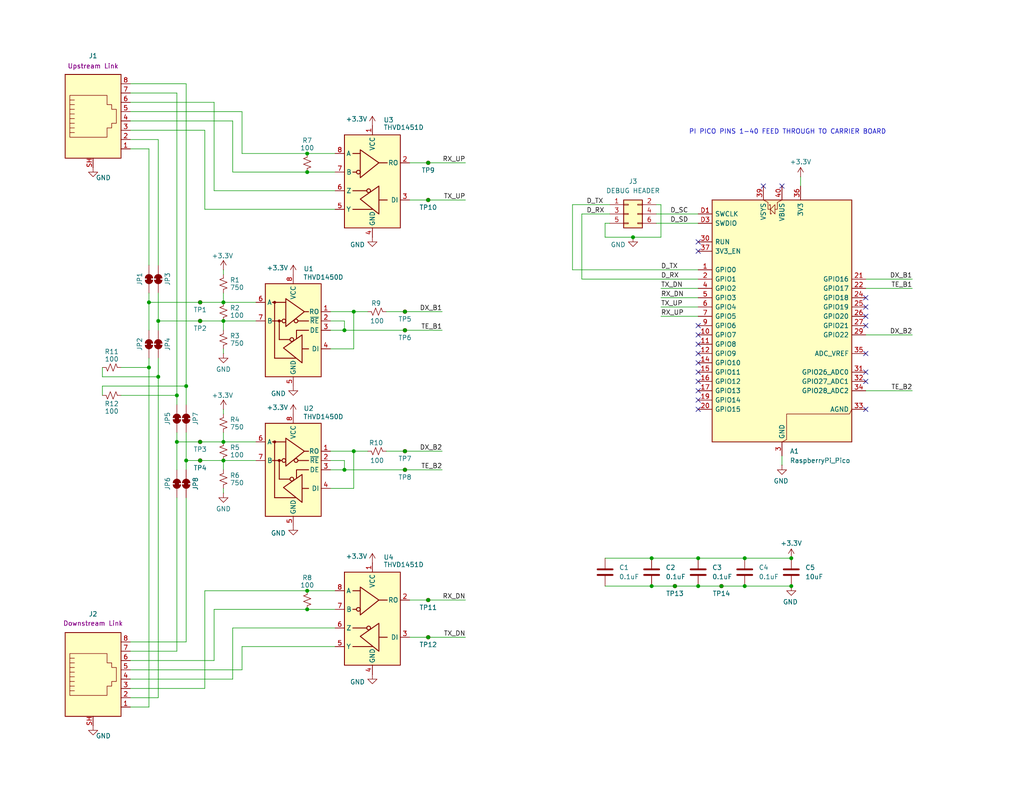
<source format=kicad_sch>
(kicad_sch (version 20250114) (generator "eeschema") (generator_version "9.0")
  (paper "A")
  (title_block (title "Pi3Net RS-422/485 Stacker Board") (date "2025-06-30") (rev "V1.0") (comment 4 "Author: John Kasunich"))
  (lib_symbols
    (symbol "Connector:8P8C_Shielded" (pin_names (offset 1.016))
      (property "Reference" "J" (at -5.08 13.97 0))
      (property "Value" "8P8C_Shielded" (at 2.54 13.97 0))
      (symbol "8P8C_Shielded_0_1"
        (polyline (pts (xy -6.35 1.905) (xy -5.08 1.905) (xy -5.08 1.905)))
        (polyline (pts (xy -6.35 0.635) (xy -5.08 0.635) (xy -5.08 0.635)))
        (polyline (pts (xy -6.35 -0.635) (xy -5.08 -0.635) (xy -5.08 -0.635)))
        (polyline (pts (xy -6.35 -1.905) (xy -5.08 -1.905) (xy -5.08 -1.905)))
        (polyline (pts (xy -6.35 -3.175) (xy -5.08 -3.175) (xy -5.08 -3.175)))
        (polyline (pts (xy -6.35 -4.445) (xy -6.35 6.985) (xy 3.81 6.985) (xy 3.81 4.445) (xy 5.08 4.445) (xy 5.08 3.175) (xy 6.35 3.175) (xy 6.35 -0.635) (xy 5.08 -0.635) (xy 5.08 -1.905) (xy 3.81 -1.905) (xy 3.81 -4.445) (xy -6.35 -4.445) (xy -6.35 -4.445)))
        (polyline (pts (xy -5.08 5.715) (xy -6.35 5.715)))
        (polyline (pts (xy -5.08 4.445) (xy -6.35 4.445)))
        (polyline (pts (xy -5.08 3.175) (xy -6.35 3.175) (xy -6.35 3.175)))
        (rectangle (start 7.62 12.7) (end -7.62 -10.16) (stroke (width 0.254)) (fill (type background)))
      )
      (symbol "8P8C_Shielded_1_1"
        (pin passive line (at 0 -12.7 90) (length 2.54) (name "~") (number "SH"))
        (pin passive line (at 10.16 10.16 180) (length 2.54) (name "~") (number "8"))
        (pin passive line (at 10.16 7.62 180) (length 2.54) (name "~") (number "7"))
        (pin passive line (at 10.16 5.08 180) (length 2.54) (name "~") (number "6"))
        (pin passive line (at 10.16 2.54 180) (length 2.54) (name "~") (number "5"))
        (pin passive line (at 10.16 0 180) (length 2.54) (name "~") (number "4"))
        (pin passive line (at 10.16 -2.54 180) (length 2.54) (name "~") (number "3"))
        (pin passive line (at 10.16 -5.08 180) (length 2.54) (name "~") (number "2"))
        (pin passive line (at 10.16 -7.62 180) (length 2.54) (name "~") (number "1"))
      )
    )
    (symbol "Connector:TestPoint_Small" (pin_numbers (hide yes)) (pin_names (offset 0.762) (hide yes))
      (property "Reference" "TP" (at 0 3.81 0))
      (property "Value" "TestPoint_Small" (at 0 2.032 0))
      (symbol "TestPoint_Small_0_1"
        (circle (center 0 0) (radius 0.508))
      )
      (symbol "TestPoint_Small_1_1"
        (pin passive line (at 0 0 90) (length 0) (name "1") (number "1"))
      )
    )
    (symbol "Connector_Generic:Conn_02x03_Odd_Even" (pin_names (offset 1.016) (hide yes))
      (property "Reference" "J" (at 1.27 5.08 0))
      (property "Value" "Conn_02x03_Odd_Even" (at 1.27 -5.08 0))
      (symbol "Conn_02x03_Odd_Even_1_1"
        (rectangle (start -1.27 3.81) (end 3.81 -3.81) (stroke (width 0.254)) (fill (type background)))
        (rectangle (start -1.27 2.667) (end 0 2.413) (stroke (width 0.1524)))
        (rectangle (start -1.27 0.127) (end 0 -0.127) (stroke (width 0.1524)))
        (rectangle (start -1.27 -2.413) (end 0 -2.667) (stroke (width 0.1524)))
        (rectangle (start 3.81 2.667) (end 2.54 2.413) (stroke (width 0.1524)))
        (rectangle (start 3.81 0.127) (end 2.54 -0.127) (stroke (width 0.1524)))
        (rectangle (start 3.81 -2.413) (end 2.54 -2.667) (stroke (width 0.1524)))
        (pin passive line (at -5.08 2.54 0) (length 3.81) (name "Pin_1") (number "1"))
        (pin passive line (at -5.08 0 0) (length 3.81) (name "Pin_3") (number "3"))
        (pin passive line (at -5.08 -2.54 0) (length 3.81) (name "Pin_5") (number "5"))
        (pin passive line (at 7.62 2.54 180) (length 3.81) (name "Pin_2") (number "2"))
        (pin passive line (at 7.62 0 180) (length 3.81) (name "Pin_4") (number "4"))
        (pin passive line (at 7.62 -2.54 180) (length 3.81) (name "Pin_6") (number "6"))
      )
    )
    (symbol "Device:C" (pin_numbers (hide yes)) (pin_names (offset 0.254))
      (property "Reference" "C" (at 0.635 2.54 0))
      (property "Value" "C" (at 0.635 -2.54 0))
      (symbol "C_0_1"
        (polyline (pts (xy -2.032 0.762) (xy 2.032 0.762)) (stroke (width 0.508)))
        (polyline (pts (xy -2.032 -0.762) (xy 2.032 -0.762)) (stroke (width 0.508)))
      )
      (symbol "C_1_1"
        (pin passive line (at 0 3.81 270) (length 2.794) (name "~") (number "1"))
        (pin passive line (at 0 -3.81 90) (length 2.794) (name "~") (number "2"))
      )
    )
    (symbol "Device:R_Small_US" (pin_numbers (hide yes)) (pin_names (offset 0.254) (hide yes))
      (property "Reference" "R" (at 0.762 0.508 0))
      (property "Value" "R_Small_US" (at 0.762 -1.016 0))
      (symbol "R_Small_US_1_1"
        (polyline (pts (xy 0 1.524) (xy 1.016 1.143) (xy 0 0.762) (xy -1.016 0.381) (xy 0 0)))
        (polyline (pts (xy 0 0) (xy 1.016 -0.381) (xy 0 -0.762) (xy -1.016 -1.143) (xy 0 -1.524)))
        (pin passive line (at 0 2.54 270) (length 1.016) (name "~") (number "1"))
        (pin passive line (at 0 -2.54 90) (length 1.016) (name "~") (number "2"))
      )
    )
    (symbol "Interface_UART:ADM3490ExR"
      (property "Reference" "U" (at -7.62 13.97 0))
      (property "Value" "ADM3490ExR" (at 7.62 13.97 0))
      (symbol "ADM3490ExR_0_1"
        (rectangle (start -7.62 12.7) (end 7.62 -12.7) (stroke (width 0.254)) (fill (type background)))
        (polyline (pts (xy -1.778 5.08) (xy -4.064 5.08)) (stroke (width 0.254)))
        (polyline (pts (xy -1.778 -5.08) (xy -4.064 -5.08)) (stroke (width 0.254)))
        (polyline (pts (xy -1.778 -5.08) (xy -1.778 -1.27) (xy 3.302 -4.826) (xy -1.778 -8.89) (xy -1.778 -5.08)) (stroke (width 0.254)))
        (polyline (pts (xy 0 -7.62) (xy 5.334 -7.62)) (stroke (width 0.254)))
        (circle (center 1.016 -2.54) (radius 0.508) (stroke (width 0.254)))
        (polyline (pts (xy 1.524 -2.54) (xy 5.334 -2.54)) (stroke (width 0.254)))
        (polyline (pts (xy 3.302 7.62) (xy 5.334 7.62)) (stroke (width 0.254)))
        (polyline (pts (xy 4.318 2.54) (xy 5.334 2.54)) (stroke (width 0.254)))
      )
      (symbol "ADM3490ExR_1_1"
        (polyline (pts (xy 3.302 4.826) (xy 3.302 8.636) (xy -1.778 5.08) (xy 3.302 1.016) (xy 3.302 4.826)) (stroke (width 0.254)))
        (circle (center 3.81 2.54) (radius 0.508) (stroke (width 0.254)))
        (pin output line (at -10.16 5.08 0) (length 2.54) (name "RO") (number "2"))
        (pin input line (at -10.16 -5.08 0) (length 2.54) (name "DI") (number "3"))
        (pin power_in line (at 0 15.24 270) (length 2.54) (name "VCC") (number "1"))
        (pin power_in line (at 0 -15.24 90) (length 2.54) (name "GND") (number "4"))
        (pin input line (at 10.16 7.62 180) (length 2.54) (name "A") (number "8"))
        (pin input line (at 10.16 2.54 180) (length 2.54) (name "B") (number "7"))
        (pin output line (at 10.16 -2.54 180) (length 2.54) (name "Z") (number "6"))
        (pin output line (at 10.16 -7.62 180) (length 2.54) (name "Y") (number "5"))
      )
    )
    (symbol "Interface_UART:THVD1450D"
      (property "Reference" "U" (at -6.985 13.97 0))
      (property "Value" "THVD1450D" (at 1.905 13.97 0))
      (symbol "THVD1450D_0_1"
        (rectangle (start -7.62 12.7) (end 7.62 -12.7) (stroke (width 0.254)) (fill (type background)))
        (polyline (pts (xy -4.191 2.54) (xy -1.27 2.54)) (stroke (width 0.254)))
        (polyline (pts (xy -4.191 0) (xy -0.889 0) (xy -0.889 -2.286)) (stroke (width 0.254)))
        (polyline (pts (xy -3.175 5.08) (xy -4.191 5.08) (xy -4.064 5.08)) (stroke (width 0.254)))
        (polyline (pts (xy -2.54 -5.08) (xy -4.191 -5.08)) (stroke (width 0.254)))
        (polyline (pts (xy -2.413 -5.08) (xy -2.413 -1.27) (xy 2.667 -4.826) (xy -2.413 -8.89) (xy -2.413 -5.08)) (stroke (width 0.254)))
        (polyline (pts (xy -0.635 -7.62) (xy 5.08 -7.62)) (stroke (width 0.254)))
        (circle (center 0.381 -2.54) (radius 0.508) (stroke (width 0.254)))
        (polyline (pts (xy 0.889 -2.54) (xy 3.81 -2.54)) (stroke (width 0.254)))
        (polyline (pts (xy 2.032 7.62) (xy 5.715 7.62)) (stroke (width 0.254)))
        (polyline (pts (xy 3.048 2.54) (xy 5.715 2.54)) (stroke (width 0.254)))
        (circle (center 3.81 2.54) (radius 0.2794) (stroke (width 0.254)) (fill (type outline)))
        (polyline (pts (xy 3.81 -2.54) (xy 3.81 2.54)) (stroke (width 0.254)))
        (polyline (pts (xy 5.08 -7.62) (xy 5.08 7.62)) (stroke (width 0.254)))
      )
      (symbol "THVD1450D_1_1"
        (circle (center -0.762 2.54) (radius 0.508) (stroke (width 0.254)))
        (polyline (pts (xy 2.032 4.826) (xy 2.032 8.636) (xy -3.048 5.08) (xy 2.032 1.016) (xy 2.032 4.826)) (stroke (width 0.254)))
        (circle (center 2.54 2.54) (radius 0.508) (stroke (width 0.254)))
        (circle (center 5.08 7.62) (radius 0.2794) (stroke (width 0.254)) (fill (type outline)))
        (pin output line (at -10.16 5.08 0) (length 2.54) (name "RO") (number "1"))
        (pin input line (at -10.16 2.54 0) (length 2.54) (name "~{RE}") (number "2"))
        (pin input line (at -10.16 0 0) (length 2.54) (name "DE") (number "3"))
        (pin input line (at -10.16 -5.08 0) (length 2.54) (name "DI") (number "4"))
        (pin power_in line (at 0 15.24 270) (length 2.54) (name "VCC") (number "8"))
        (pin power_in line (at 0 -15.24 90) (length 2.54) (name "GND") (number "5"))
        (pin bidirectional line (at 10.16 7.62 180) (length 2.54) (name "A") (number "6"))
        (pin bidirectional line (at 10.16 2.54 180) (length 2.54) (name "B") (number "7"))
      )
    )
    (symbol "Jumper:SolderJumper_2_Bridged" (pin_numbers (hide yes)) (pin_names (offset 0) (hide yes)) (in_bom no)
      (property "Reference" "JP" (at 0 2.032 0))
      (property "Value" "SolderJumper_2_Bridged" (at 0 -2.54 0))
      (symbol "SolderJumper_2_Bridged_0_1"
        (rectangle (start -0.508 0.508) (end 0.508 -0.508) (fill (type outline)))
        (polyline (pts (xy -0.254 1.016) (xy -0.254 -1.016)))
        (arc (start -0.254 -1.016) (mid -1.2656 0) (end -0.254 1.016))
        (arc (start -0.254 -1.016) (mid -1.2656 0) (end -0.254 1.016) (fill (type outline)))
        (arc (start 0.254 1.016) (mid 1.2656 0) (end 0.254 -1.016))
        (arc (start 0.254 1.016) (mid 1.2656 0) (end 0.254 -1.016) (fill (type outline)))
        (polyline (pts (xy 0.254 1.016) (xy 0.254 -1.016)))
      )
      (symbol "SolderJumper_2_Bridged_1_1"
        (pin passive line (at -3.81 0 0) (length 2.54) (name "A") (number "1"))
        (pin passive line (at 3.81 0 180) (length 2.54) (name "B") (number "2"))
      )
    )
    (symbol "MCU_Module:RaspberryPi_Pico_Debug" (pin_names (offset 0.762))
      (property "Reference" "A" (at -19.05 35.56 0))
      (property "Value" "RaspberryPi_Pico" (at 7.62 35.56 0))
      (symbol "RaspberryPi_Pico_Debug_0_1"
        (rectangle (start -19.05 34.29) (end 19.05 -31.75) (stroke (width 0.254)) (fill (type background)))
        (polyline (pts (xy -5.08 34.29) (xy -3.81 33.655) (xy -3.81 31.75) (xy -3.175 31.75)))
        (polyline (pts (xy -3.429 32.766) (xy -3.429 33.02) (xy -3.175 33.02) (xy -3.175 30.48) (xy -2.921 30.48) (xy -2.921 30.734)))
        (polyline (pts (xy -3.175 31.75) (xy -1.905 33.02) (xy -1.905 30.48) (xy -3.175 31.75)))
        (polyline (pts (xy 0 34.29) (xy -1.27 33.655) (xy -1.27 31.75) (xy -1.905 31.75)))
        (polyline (pts (xy 0 -31.75) (xy 1.27 -31.115) (xy 1.27 -24.13) (xy 18.415 -24.13) (xy 19.05 -22.86)))
      )
      (symbol "RaspberryPi_Pico_Debug_1_1"
        (pin input line (at -22.86 30.48 0) (length 3.81) (name "SWCLK") (number "D1"))
        (pin bidirectional line (at -22.86 27.94 0) (length 3.81) (name "SWDIO") (number "D3"))
        (pin passive line (at -22.86 22.86 0) (length 3.81) (name "RUN") (number "30"))
        (pin passive line (at -22.86 20.32 0) (length 3.81) (name "3V3_EN") (number "37"))
        (pin bidirectional line (at -22.86 15.24 0) (length 3.81) (name "GPIO0") (number "1"))
        (pin bidirectional line (at -22.86 12.7 0) (length 3.81) (name "GPIO1") (number "2"))
        (pin bidirectional line (at -22.86 10.16 0) (length 3.81) (name "GPIO2") (number "4"))
        (pin bidirectional line (at -22.86 7.62 0) (length 3.81) (name "GPIO3") (number "5"))
        (pin bidirectional line (at -22.86 5.08 0) (length 3.81) (name "GPIO4") (number "6"))
        (pin bidirectional line (at -22.86 2.54 0) (length 3.81) (name "GPIO5") (number "7"))
        (pin bidirectional line (at -22.86 0 0) (length 3.81) (name "GPIO6") (number "9"))
        (pin bidirectional line (at -22.86 -2.54 0) (length 3.81) (name "GPIO7") (number "10"))
        (pin bidirectional line (at -22.86 -5.08 0) (length 3.81) (name "GPIO8") (number "11"))
        (pin bidirectional line (at -22.86 -7.62 0) (length 3.81) (name "GPIO9") (number "12"))
        (pin bidirectional line (at -22.86 -10.16 0) (length 3.81) (name "GPIO10") (number "14"))
        (pin bidirectional line (at -22.86 -12.7 0) (length 3.81) (name "GPIO11") (number "15"))
        (pin bidirectional line (at -22.86 -15.24 0) (length 3.81) (name "GPIO12") (number "16"))
        (pin bidirectional line (at -22.86 -17.78 0) (length 3.81) (name "GPIO13") (number "17"))
        (pin bidirectional line (at -22.86 -20.32 0) (length 3.81) (name "GPIO14") (number "19"))
        (pin bidirectional line (at -22.86 -22.86 0) (length 3.81) (name "GPIO15") (number "20"))
        (pin power_in line (at -5.08 38.1 270) (length 3.81) (name "VSYS") (number "39"))
        (pin power_out line (at 0 38.1 270) (length 3.81) (name "VBUS") (number "40"))
        (pin passive line (at 0 -35.56 90) (length 3.81) (hide yes) (name "GND") (number "13"))
        (pin passive line (at 0 -35.56 90) (length 3.81) (hide yes) (name "GND") (number "18"))
        (pin passive line (at 0 -35.56 90) (length 3.81) (hide yes) (name "GND") (number "23"))
        (pin passive line (at 0 -35.56 90) (length 3.81) (hide yes) (name "GND") (number "28"))
        (pin power_out line (at 0 -35.56 90) (length 3.81) (name "GND") (number "3"))
        (pin passive line (at 0 -35.56 90) (length 3.81) (hide yes) (name "GND") (number "38"))
        (pin passive line (at 0 -35.56 90) (length 3.81) (hide yes) (name "GND") (number "8"))
        (pin passive line (at 0 -35.56 90) (length 3.81) (hide yes) (name "GND") (number "D2"))
        (pin power_out line (at 5.08 38.1 270) (length 3.81) (name "3V3") (number "36"))
        (pin bidirectional line (at 22.86 12.7 180) (length 3.81) (name "GPIO16") (number "21"))
        (pin bidirectional line (at 22.86 10.16 180) (length 3.81) (name "GPIO17") (number "22"))
        (pin bidirectional line (at 22.86 7.62 180) (length 3.81) (name "GPIO18") (number "24"))
        (pin bidirectional line (at 22.86 5.08 180) (length 3.81) (name "GPIO19") (number "25"))
        (pin bidirectional line (at 22.86 2.54 180) (length 3.81) (name "GPIO20") (number "26"))
        (pin bidirectional line (at 22.86 0 180) (length 3.81) (name "GPIO21") (number "27"))
        (pin bidirectional line (at 22.86 -2.54 180) (length 3.81) (name "GPIO22") (number "29"))
        (pin power_in line (at 22.86 -7.62 180) (length 3.81) (name "ADC_VREF") (number "35"))
        (pin bidirectional line (at 22.86 -12.7 180) (length 3.81) (name "GPIO26_ADC0") (number "31"))
        (pin bidirectional line (at 22.86 -15.24 180) (length 3.81) (name "GPIO27_ADC1") (number "32"))
        (pin bidirectional line (at 22.86 -17.78 180) (length 3.81) (name "GPIO28_ADC2") (number "34"))
        (pin power_out line (at 22.86 -22.86 180) (length 3.81) (name "AGND") (number "33"))
      )
    )
    (symbol "power:+3.3V" (power) (pin_numbers (hide yes)) (pin_names (offset 0) (hide yes))
      (property "Value" "+3.3V" (at 0 3.556 0))
      (symbol "+3.3V_0_1"
        (polyline (pts (xy -0.762 1.27) (xy 0 2.54)))
        (polyline (pts (xy 0 2.54) (xy 0.762 1.27)))
        (polyline (pts (xy 0 0) (xy 0 2.54)))
      )
      (symbol "+3.3V_1_1"
        (pin power_in line (at 0 0 90) (length 0) (name "~") (number "1"))
      )
    )
    (symbol "power:GND" (power) (pin_numbers (hide yes)) (pin_names (offset 0) (hide yes))
      (property "Value" "GND" (at 0 -3.81 0))
      (symbol "GND_0_1"
        (polyline (pts (xy 0 0) (xy 0 -1.27) (xy 1.27 -1.27) (xy 0 -2.54) (xy -1.27 -1.27) (xy 0 -1.27)))
      )
      (symbol "GND_1_1"
        (pin power_in line (at 0 0 270) (length 0) (name "~") (number "1"))
      )
    )
  )
  (text "PI PICO PINS 1-40 FEED THROUGH TO CARRIER BOARD" (at 214.884 36.068 0) (effects (font (size 1.27 1.27))))
  (junction (at 54.61 120.65))
  (junction (at 203.2 160.02))
  (junction (at 48.26 120.65))
  (junction (at 110.49 123.19))
  (junction (at 60.96 87.63))
  (junction (at 110.49 128.27))
  (junction (at 60.96 120.65))
  (junction (at 93.98 90.17))
  (junction (at 48.26 107.95))
  (junction (at 110.49 85.09))
  (junction (at 83.82 166.37))
  (junction (at 177.8 152.4))
  (junction (at 54.61 125.73))
  (junction (at 60.96 82.55))
  (junction (at 110.49 90.17))
  (junction (at 83.82 41.91))
  (junction (at 50.8 125.73))
  (junction (at 83.82 46.99))
  (junction (at 60.96 125.73))
  (junction (at 54.61 82.55))
  (junction (at 190.5 152.4))
  (junction (at 116.84 173.99))
  (junction (at 172.72 64.77))
  (junction (at 96.52 123.19))
  (junction (at 203.2 152.4))
  (junction (at 116.84 163.83))
  (junction (at 40.64 82.55))
  (junction (at 43.18 102.87))
  (junction (at 196.85 160.02))
  (junction (at 93.98 128.27))
  (junction (at 190.5 160.02))
  (junction (at 54.61 87.63))
  (junction (at 83.82 161.29))
  (junction (at 177.8 160.02))
  (junction (at 184.15 160.02))
  (junction (at 215.9 160.02))
  (junction (at 50.8 105.41))
  (junction (at 116.84 44.45))
  (junction (at 96.52 85.09))
  (junction (at 215.9 152.4))
  (junction (at 43.18 87.63))
  (junction (at 40.64 100.33))
  (junction (at 116.84 54.61))
  (no_connect (at 190.5 93.98))
  (no_connect (at 236.22 101.6))
  (no_connect (at 208.28 50.8))
  (no_connect (at 213.36 50.8))
  (no_connect (at 236.22 83.82))
  (no_connect (at 190.5 99.06))
  (no_connect (at 190.5 68.58))
  (no_connect (at 236.22 104.14))
  (no_connect (at 190.5 101.6))
  (no_connect (at 236.22 81.28))
  (no_connect (at 236.22 96.52))
  (no_connect (at 190.5 104.14))
  (no_connect (at 190.5 111.76))
  (no_connect (at 190.5 66.04))
  (no_connect (at 236.22 111.76))
  (no_connect (at 190.5 106.68))
  (no_connect (at 190.5 96.52))
  (no_connect (at 236.22 88.9))
  (no_connect (at 190.5 88.9))
  (no_connect (at 236.22 86.36))
  (no_connect (at 190.5 91.44))
  (no_connect (at 190.5 109.22))
  (wire (pts (xy 50.8 125.73) (xy 50.8 128.27)))
  (wire (pts (xy 40.64 193.04) (xy 35.56 193.04)))
  (wire (pts (xy 54.61 125.73) (xy 60.96 125.73)))
  (wire (pts (xy 203.2 160.02) (xy 215.9 160.02)))
  (wire (pts (xy 35.56 177.8) (xy 48.26 177.8)))
  (wire (pts (xy 40.64 82.55) (xy 40.64 90.17)))
  (wire (pts (xy 93.98 87.63) (xy 93.98 90.17)))
  (wire (pts (xy 55.88 161.29) (xy 83.82 161.29)))
  (wire (pts (xy 35.56 33.02) (xy 63.5 33.02)))
  (wire (pts (xy 43.18 97.79) (xy 43.18 102.87)))
  (wire (pts (xy 35.56 27.94) (xy 58.42 27.94)))
  (wire (pts (xy 180.34 64.77) (xy 180.34 55.88)))
  (wire (pts (xy 96.52 85.09) (xy 100.33 85.09)))
  (wire (pts (xy 27.94 105.41) (xy 50.8 105.41)))
  (wire (pts (xy 90.17 95.25) (xy 96.52 95.25)))
  (wire (pts (xy 35.56 185.42) (xy 63.5 185.42)))
  (wire (pts (xy 180.34 83.82) (xy 190.5 83.82)))
  (wire (pts (xy 116.84 54.61) (xy 127 54.61)))
  (wire (pts (xy 83.82 41.91) (xy 91.44 41.91)))
  (wire (pts (xy 63.5 185.42) (xy 63.5 171.45)))
  (wire (pts (xy 96.52 123.19) (xy 100.33 123.19)))
  (wire (pts (xy 158.75 76.2) (xy 190.5 76.2)))
  (wire (pts (xy 60.96 80.01) (xy 60.96 82.55)))
  (wire (pts (xy 60.96 120.65) (xy 69.85 120.65)))
  (wire (pts (xy 40.64 40.64) (xy 40.64 72.39)))
  (wire (pts (xy 60.96 125.73) (xy 60.96 128.27)))
  (wire (pts (xy 156.21 55.88) (xy 156.21 73.66)))
  (wire (pts (xy 110.49 123.19) (xy 120.65 123.19)))
  (wire (pts (xy 93.98 90.17) (xy 110.49 90.17)))
  (wire (pts (xy 48.26 25.4) (xy 48.26 107.95)))
  (wire (pts (xy 83.82 161.29) (xy 91.44 161.29)))
  (wire (pts (xy 63.5 171.45) (xy 91.44 171.45)))
  (wire (pts (xy 40.64 40.64) (xy 35.56 40.64)))
  (wire (pts (xy 58.42 180.34) (xy 58.42 166.37)))
  (wire (pts (xy 165.1 60.96) (xy 166.37 60.96)))
  (wire (pts (xy 58.42 52.07) (xy 91.44 52.07)))
  (wire (pts (xy 172.72 64.77) (xy 180.34 64.77)))
  (wire (pts (xy 190.5 152.4) (xy 203.2 152.4)))
  (wire (pts (xy 55.88 57.15) (xy 91.44 57.15)))
  (wire (pts (xy 60.96 133.35) (xy 60.96 134.62)))
  (wire (pts (xy 111.76 44.45) (xy 116.84 44.45)))
  (wire (pts (xy 43.18 87.63) (xy 54.61 87.63)))
  (wire (pts (xy 33.02 107.95) (xy 48.26 107.95)))
  (wire (pts (xy 40.64 100.33) (xy 40.64 193.04)))
  (wire (pts (xy 203.2 152.4) (xy 215.9 152.4)))
  (wire (pts (xy 93.98 128.27) (xy 110.49 128.27)))
  (wire (pts (xy 43.18 87.63) (xy 43.18 90.17)))
  (wire (pts (xy 60.96 118.11) (xy 60.96 120.65)))
  (wire (pts (xy 54.61 87.63) (xy 60.96 87.63)))
  (wire (pts (xy 43.18 102.87) (xy 43.18 190.5)))
  (wire (pts (xy 105.41 85.09) (xy 110.49 85.09)))
  (wire (pts (xy 156.21 73.66) (xy 190.5 73.66)))
  (wire (pts (xy 50.8 118.11) (xy 50.8 125.73)))
  (wire (pts (xy 50.8 105.41) (xy 50.8 110.49)))
  (wire (pts (xy 50.8 125.73) (xy 54.61 125.73)))
  (wire (pts (xy 158.75 58.42) (xy 166.37 58.42)))
  (wire (pts (xy 90.17 123.19) (xy 96.52 123.19)))
  (wire (pts (xy 180.34 81.28) (xy 190.5 81.28)))
  (wire (pts (xy 116.84 173.99) (xy 127 173.99)))
  (wire (pts (xy 50.8 175.26) (xy 50.8 135.89)))
  (wire (pts (xy 90.17 85.09) (xy 96.52 85.09)))
  (wire (pts (xy 213.36 124.46) (xy 213.36 127)))
  (wire (pts (xy 180.34 78.74) (xy 190.5 78.74)))
  (wire (pts (xy 110.49 85.09) (xy 120.65 85.09)))
  (wire (pts (xy 111.76 163.83) (xy 116.84 163.83)))
  (wire (pts (xy 66.04 30.48) (xy 66.04 41.91)))
  (wire (pts (xy 60.96 111.76) (xy 60.96 113.03)))
  (wire (pts (xy 40.64 82.55) (xy 54.61 82.55)))
  (wire (pts (xy 96.52 133.35) (xy 96.52 123.19)))
  (wire (pts (xy 111.76 54.61) (xy 116.84 54.61)))
  (wire (pts (xy 35.56 22.86) (xy 50.8 22.86)))
  (wire (pts (xy 40.64 80.01) (xy 40.64 82.55)))
  (wire (pts (xy 96.52 95.25) (xy 96.52 85.09)))
  (wire (pts (xy 90.17 87.63) (xy 93.98 87.63)))
  (wire (pts (xy 179.07 60.96) (xy 190.5 60.96)))
  (wire (pts (xy 93.98 125.73) (xy 93.98 128.27)))
  (wire (pts (xy 179.07 55.88) (xy 180.34 55.88)))
  (wire (pts (xy 165.1 60.96) (xy 165.1 64.77)))
  (wire (pts (xy 40.64 97.79) (xy 40.64 100.33)))
  (wire (pts (xy 110.49 128.27) (xy 120.65 128.27)))
  (wire (pts (xy 66.04 41.91) (xy 83.82 41.91)))
  (wire (pts (xy 43.18 190.5) (xy 35.56 190.5)))
  (wire (pts (xy 179.07 58.42) (xy 190.5 58.42)))
  (wire (pts (xy 43.18 38.1) (xy 43.18 72.39)))
  (wire (pts (xy 83.82 166.37) (xy 91.44 166.37)))
  (wire (pts (xy 54.61 120.65) (xy 60.96 120.65)))
  (wire (pts (xy 50.8 22.86) (xy 50.8 105.41)))
  (wire (pts (xy 35.56 175.26) (xy 50.8 175.26)))
  (wire (pts (xy 43.18 80.01) (xy 43.18 87.63)))
  (wire (pts (xy 116.84 163.83) (xy 127 163.83)))
  (wire (pts (xy 60.96 95.25) (xy 60.96 96.52)))
  (wire (pts (xy 55.88 187.96) (xy 55.88 161.29)))
  (wire (pts (xy 158.75 58.42) (xy 158.75 76.2)))
  (wire (pts (xy 236.22 78.74) (xy 248.92 78.74)))
  (wire (pts (xy 60.96 87.63) (xy 69.85 87.63)))
  (wire (pts (xy 54.61 82.55) (xy 60.96 82.55)))
  (wire (pts (xy 35.56 25.4) (xy 48.26 25.4)))
  (wire (pts (xy 60.96 82.55) (xy 69.85 82.55)))
  (wire (pts (xy 90.17 128.27) (xy 93.98 128.27)))
  (wire (pts (xy 35.56 35.56) (xy 55.88 35.56)))
  (wire (pts (xy 58.42 27.94) (xy 58.42 52.07)))
  (wire (pts (xy 33.02 100.33) (xy 40.64 100.33)))
  (wire (pts (xy 180.34 86.36) (xy 190.5 86.36)))
  (wire (pts (xy 156.21 55.88) (xy 166.37 55.88)))
  (wire (pts (xy 55.88 35.56) (xy 55.88 57.15)))
  (wire (pts (xy 236.22 91.44) (xy 248.92 91.44)))
  (wire (pts (xy 27.94 100.33) (xy 27.94 102.87)))
  (wire (pts (xy 196.85 160.02) (xy 203.2 160.02)))
  (wire (pts (xy 236.22 76.2) (xy 248.92 76.2)))
  (wire (pts (xy 35.56 187.96) (xy 55.88 187.96)))
  (wire (pts (xy 90.17 90.17) (xy 93.98 90.17)))
  (wire (pts (xy 48.26 107.95) (xy 48.26 110.49)))
  (wire (pts (xy 58.42 166.37) (xy 83.82 166.37)))
  (wire (pts (xy 184.15 160.02) (xy 190.5 160.02)))
  (wire (pts (xy 63.5 33.02) (xy 63.5 46.99)))
  (wire (pts (xy 66.04 182.88) (xy 66.04 176.53)))
  (wire (pts (xy 66.04 176.53) (xy 91.44 176.53)))
  (wire (pts (xy 48.26 120.65) (xy 54.61 120.65)))
  (wire (pts (xy 177.8 160.02) (xy 184.15 160.02)))
  (wire (pts (xy 35.56 38.1) (xy 43.18 38.1)))
  (wire (pts (xy 60.96 73.66) (xy 60.96 74.93)))
  (wire (pts (xy 177.8 152.4) (xy 190.5 152.4)))
  (wire (pts (xy 165.1 64.77) (xy 172.72 64.77)))
  (wire (pts (xy 48.26 177.8) (xy 48.26 135.89)))
  (wire (pts (xy 236.22 106.68) (xy 248.92 106.68)))
  (wire (pts (xy 105.41 123.19) (xy 110.49 123.19)))
  (wire (pts (xy 60.96 87.63) (xy 60.96 90.17)))
  (wire (pts (xy 60.96 125.73) (xy 69.85 125.73)))
  (wire (pts (xy 190.5 160.02) (xy 196.85 160.02)))
  (wire (pts (xy 218.44 48.26) (xy 218.44 50.8)))
  (wire (pts (xy 48.26 120.65) (xy 48.26 128.27)))
  (wire (pts (xy 110.49 90.17) (xy 120.65 90.17)))
  (wire (pts (xy 35.56 30.48) (xy 66.04 30.48)))
  (wire (pts (xy 165.1 160.02) (xy 177.8 160.02)))
  (wire (pts (xy 116.84 44.45) (xy 127 44.45)))
  (wire (pts (xy 165.1 152.4) (xy 177.8 152.4)))
  (wire (pts (xy 63.5 46.99) (xy 83.82 46.99)))
  (wire (pts (xy 90.17 125.73) (xy 93.98 125.73)))
  (wire (pts (xy 83.82 46.99) (xy 91.44 46.99)))
  (wire (pts (xy 90.17 133.35) (xy 96.52 133.35)))
  (wire (pts (xy 27.94 102.87) (xy 43.18 102.87)))
  (wire (pts (xy 27.94 107.95) (xy 27.94 105.41)))
  (wire (pts (xy 111.76 173.99) (xy 116.84 173.99)))
  (wire (pts (xy 48.26 118.11) (xy 48.26 120.65)))
  (wire (pts (xy 35.56 182.88) (xy 66.04 182.88)))
  (wire (pts (xy 35.56 180.34) (xy 58.42 180.34)))
  (label "TX_UP" (at 180.34 83.82 0))
  (label "D_RX" (at 180.34 76.2 0))
  (label "DX_B2" (at 248.92 91.44 180))
  (label "RX_DN" (at 180.34 81.28 0))
  (label "DX_B2" (at 120.65 123.19 180))
  (label "D_TX" (at 160.02 55.88 0))
  (label "TX_DN" (at 127 173.99 180))
  (label "D_SD" (at 182.88 60.96 0))
  (label "D_SC" (at 182.88 58.42 0))
  (label "TX_DN" (at 180.34 78.74 0))
  (label "TX_UP" (at 127 54.61 180))
  (label "TE_B1" (at 248.92 78.74 180))
  (label "TE_B2" (at 248.92 106.68 180))
  (label "D_TX" (at 180.34 73.66 0))
  (label "TE_B1" (at 120.65 90.17 180))
  (label "RX_DN" (at 127 163.83 180))
  (label "DX_B1" (at 248.92 76.2 180))
  (label "DX_B1" (at 120.65 85.09 180))
  (label "RX_UP" (at 127 44.45 180))
  (label "D_RX" (at 160.02 58.42 0))
  (label "TE_B2" (at 120.65 128.27 180))
  (label "RX_UP" (at 180.34 86.36 0))
  (symbol (lib_id "power:+3.3V") (at 218.44 48.26 0) (unit 1)
    (property "Reference" "#PWR019" (effects (hide yes)))
    (property "Value" "+3.3V" (at 218.44 44.196 0))
    (property "Description" "Power symbol creates a global label with name \"+3.3V\"" (effects (hide yes)))
  )
  (symbol (lib_id "power:+3.3V") (at 101.6 153.67 0) (unit 1)
    (property "Reference" "#PWR013" (effects (hide yes)))
    (property "Value" "+3.3V" (at 97.282 151.892 0))
    (property "Description" "Power symbol creates a global label with name \"+3.3V\"" (effects (hide yes)))
  )
  (symbol (lib_id "Connector:TestPoint_Small") (at 110.49 128.27 0) (unit 1)
    (property "Reference" "TP8" (at 110.49 130.302 0))
    (property "Value" "TestPoint_Small" (effects (hide yes)))
    (property "Footprint" "TestPoint:TestPoint_THTPad_D2.0mm_Drill1.0mm" (effects (hide yes)))
    (property "Description" "test point" (effects (hide yes)))
  )
  (symbol (lib_id "Device:C") (at 165.1 156.21 0) (unit 1)
    (property "Reference" "C1" (at 168.91 154.9399 0) (effects (justify left)))
    (property "Value" "0.1uF" (at 168.91 157.4799 0) (effects (justify left)))
    (property "Footprint" "Capacitor_SMD:C_0805_2012Metric_Pad1.18x1.45mm_HandSolder" (effects (hide yes)))
    (property "Description" "Unpolarized capacitor" (effects (hide yes)))
  )
  (symbol (lib_id "Jumper:SolderJumper_2_Bridged") (at 48.26 132.08 270) (unit 1) (in_bom no)
    (property "Reference" "JP6" (at 45.72 132.08 0))
    (property "Value" "SolderJumper_2_Bridged" (effects (hide yes)))
    (property "Footprint" "Jumper:SolderJumper-2_P1.3mm_Bridged_Pad1.0x1.5mm" (effects (hide yes)))
    (property "Description" "Solder Jumper, 2-pole, closed/bridged" (effects (hide yes)))
  )
  (symbol (lib_id "power:+3.3V") (at 101.6 34.29 0) (unit 1)
    (property "Reference" "#PWR011" (effects (hide yes)))
    (property "Value" "+3.3V" (at 97.282 32.512 0))
    (property "Description" "Power symbol creates a global label with name \"+3.3V\"" (effects (hide yes)))
  )
  (symbol (lib_id "Interface_UART:ADM3490ExR") (at 101.6 49.53 0) (mirror y) (unit 1)
    (property "Reference" "U3" (at 104.648 32.766 0) (effects (justify right)))
    (property "Value" "THVD1451D" (at 104.648 34.798 0) (effects (justify right)))
    (property "Footprint" "Package_SO:SOIC-8_3.9x4.9mm_P1.27mm" (effects (hide yes)))
    (property "Datasheet" "https://www.analog.com/media/en/technical-documentation/data-sheets/ADM3483E_3486E_3488E_3490E_3491E.pdf" (effects (hide yes)))
    (property "Description" "RS-485, RS-422 full duplex 12 Mbps transceiver, SOIC-8" (effects (hide yes)))
  )
  (symbol (lib_id "Connector:TestPoint_Small") (at 110.49 123.19 0) (unit 1)
    (property "Reference" "TP7" (at 110.49 125.222 0))
    (property "Value" "TestPoint_Small" (effects (hide yes)))
    (property "Footprint" "TestPoint:TestPoint_THTPad_D2.0mm_Drill1.0mm" (effects (hide yes)))
    (property "Description" "test point" (effects (hide yes)))
  )
  (symbol (lib_id "Connector:TestPoint_Small") (at 110.49 90.17 0) (unit 1)
    (property "Reference" "TP6" (at 110.49 92.202 0))
    (property "Value" "TestPoint_Small" (effects (hide yes)))
    (property "Footprint" "TestPoint:TestPoint_THTPad_D2.0mm_Drill1.0mm" (effects (hide yes)))
    (property "Description" "test point" (effects (hide yes)))
  )
  (symbol (lib_id "power:GND") (at 215.9 160.02 0) (unit 1)
    (property "Reference" "#PWR018" (effects (hide yes)))
    (property "Value" "GND" (at 215.646 164.338 0))
    (property "Description" "Power symbol creates a global label with name \"GND\" , ground" (effects (hide yes)))
  )
  (symbol (lib_id "Connector:TestPoint_Small") (at 116.84 54.61 0) (unit 1)
    (property "Reference" "TP10" (at 116.84 56.642 0))
    (property "Value" "TestPoint_Small" (effects (hide yes)))
    (property "Footprint" "TestPoint:TestPoint_THTPad_D2.0mm_Drill1.0mm" (effects (hide yes)))
    (property "Description" "test point" (effects (hide yes)))
  )
  (symbol (lib_id "Connector:TestPoint_Small") (at 116.84 173.99 0) (unit 1)
    (property "Reference" "TP12" (at 116.84 176.022 0))
    (property "Value" "TestPoint_Small" (effects (hide yes)))
    (property "Footprint" "TestPoint:TestPoint_THTPad_D2.0mm_Drill1.0mm" (effects (hide yes)))
    (property "Description" "test point" (effects (hide yes)))
  )
  (symbol (lib_id "Interface_UART:THVD1450D") (at 80.01 128.27 0) (mirror y) (unit 1)
    (property "Reference" "U2" (at 85.598 111.506 0) (effects (justify left)))
    (property "Value" "THVD1450D" (at 93.726 113.792 0) (effects (justify left)))
    (property "Footprint" "Package_SO:SOIC-8_3.9x4.9mm_P1.27mm" (effects (hide yes)))
    (property "Datasheet" "https://www.ti.com/lit/ds/symlink/thvd1450.pdf" (effects (hide yes)))
    (property "Description" "3.3-V to 5-V RS-485 transceiver with ±18-kV IEC ESD protection, SOIC-8" (effects (hide yes)))
    (property "Manufacturer" "Texas Instruments" (effects (hide yes)))
  )
  (symbol (lib_id "power:+3.3V") (at 215.9 152.4 0) (unit 1)
    (property "Reference" "#PWR017" (effects (hide yes)))
    (property "Value" "+3.3V" (at 215.9 148.336 0))
    (property "Description" "Power symbol creates a global label with name \"+3.3V\"" (effects (hide yes)))
  )
  (symbol (lib_id "power:+3.3V") (at 80.01 74.93 0) (unit 1)
    (property "Reference" "#PWR07" (effects (hide yes)))
    (property "Value" "+3.3V" (at 75.692 73.152 0))
    (property "Description" "Power symbol creates a global label with name \"+3.3V\"" (effects (hide yes)))
  )
  (symbol (lib_id "power:+3.3V") (at 80.01 113.03 0) (unit 1)
    (property "Reference" "#PWR09" (effects (hide yes)))
    (property "Value" "+3.3V" (at 75.692 111.252 0))
    (property "Description" "Power symbol creates a global label with name \"+3.3V\"" (effects (hide yes)))
  )
  (symbol (lib_id "power:GND") (at 25.4 198.12 0) (unit 1)
    (property "Reference" "#PWR02" (effects (hide yes)))
    (property "Value" "GND" (at 28.194 200.914 0))
    (property "Description" "Power symbol creates a global label with name \"GND\" , ground" (effects (hide yes)))
  )
  (symbol (lib_id "power:GND") (at 101.6 184.15 0) (unit 1)
    (property "Reference" "#PWR014" (effects (hide yes)))
    (property "Value" "GND" (at 97.536 186.182 0))
    (property "Description" "Power symbol creates a global label with name \"GND\" , ground" (effects (hide yes)))
  )
  (symbol (lib_id "Jumper:SolderJumper_2_Bridged") (at 43.18 93.98 270) (unit 1) (in_bom no)
    (property "Reference" "JP4" (at 45.72 93.98 0))
    (property "Value" "SolderJumper_2_Bridged" (effects (hide yes)))
    (property "Footprint" "Jumper:SolderJumper-2_P1.3mm_Bridged_Pad1.0x1.5mm" (effects (hide yes)))
    (property "Description" "Solder Jumper, 2-pole, closed/bridged" (effects (hide yes)))
  )
  (symbol (lib_id "Interface_UART:THVD1450D") (at 80.01 90.17 0) (mirror y) (unit 1)
    (property "Reference" "U1" (at 85.598 73.406 0) (effects (justify left)))
    (property "Value" "THVD1450D" (at 93.726 75.692 0) (effects (justify left)))
    (property "Footprint" "Package_SO:SOIC-8_3.9x4.9mm_P1.27mm" (effects (hide yes)))
    (property "Datasheet" "https://www.ti.com/lit/ds/symlink/thvd1450.pdf" (effects (hide yes)))
    (property "Description" "3.3-V to 5-V RS-485 transceiver with ±18-kV IEC ESD protection, SOIC-8" (effects (hide yes)))
    (property "Manufacturer" "Texas Instruments" (effects (hide yes)))
  )
  (symbol (lib_id "Jumper:SolderJumper_2_Bridged") (at 48.26 114.3 270) (unit 1) (in_bom no)
    (property "Reference" "JP5" (at 45.72 114.3 0))
    (property "Value" "SolderJumper_2_Bridged" (effects (hide yes)))
    (property "Footprint" "Jumper:SolderJumper-2_P1.3mm_Bridged_Pad1.0x1.5mm" (effects (hide yes)))
    (property "Description" "Solder Jumper, 2-pole, closed/bridged" (effects (hide yes)))
  )
  (symbol (lib_id "Connector:TestPoint_Small") (at 184.15 160.02 0) (unit 1)
    (property "Reference" "TP13" (at 184.15 162.052 0))
    (property "Value" "TestPoint_Small" (effects (hide yes)))
    (property "Footprint" "TestPoint:TestPoint_THTPad_D2.0mm_Drill1.0mm" (effects (hide yes)))
    (property "Description" "test point" (effects (hide yes)))
  )
  (symbol (lib_id "Device:R_Small_US") (at 60.96 92.71 0) (mirror y) (unit 1)
    (property "Reference" "R3" (at 62.738 91.694 0) (effects (justify right)))
    (property "Value" "750" (at 62.738 93.726 0) (effects (justify right)))
    (property "Footprint" "Resistor_SMD:R_0805_2012Metric_Pad1.20x1.40mm_HandSolder" (effects (hide yes)))
    (property "Description" "Resistor, small US symbol" (effects (hide yes)))
  )
  (symbol (lib_id "power:+3.3V") (at 60.96 111.76 0) (unit 1)
    (property "Reference" "#PWR05" (effects (hide yes)))
    (property "Value" "+3.3V" (at 60.706 107.95 0))
    (property "Description" "Power symbol creates a global label with name \"+3.3V\"" (effects (hide yes)))
  )
  (symbol (lib_id "Device:R_Small_US") (at 60.96 123.19 0) (mirror y) (unit 1)
    (property "Reference" "R5" (at 62.738 122.174 0) (effects (justify right)))
    (property "Value" "100" (at 62.738 124.206 0) (effects (justify right)))
    (property "Footprint" "Resistor_SMD:R_0805_2012Metric_Pad1.20x1.40mm_HandSolder" (effects (hide yes)))
    (property "Description" "Resistor, small US symbol" (effects (hide yes)))
  )
  (symbol (lib_id "Device:C") (at 203.2 156.21 0) (unit 1)
    (property "Reference" "C4" (at 207.01 154.9399 0) (effects (justify left)))
    (property "Value" "0.1uF" (at 207.01 157.4799 0) (effects (justify left)))
    (property "Footprint" "Capacitor_SMD:C_0805_2012Metric_Pad1.18x1.45mm_HandSolder" (effects (hide yes)))
    (property "Description" "Unpolarized capacitor" (effects (hide yes)))
  )
  (symbol (lib_id "Connector:TestPoint_Small") (at 54.61 125.73 0) (unit 1)
    (property "Reference" "TP4" (at 54.61 127.762 0))
    (property "Value" "TestPoint_Small" (effects (hide yes)))
    (property "Footprint" "TestPoint:TestPoint_THTPad_D2.0mm_Drill1.0mm" (effects (hide yes)))
    (property "Description" "test point" (effects (hide yes)))
  )
  (symbol (lib_id "Jumper:SolderJumper_2_Bridged") (at 50.8 132.08 270) (unit 1) (in_bom no)
    (property "Reference" "JP8" (at 53.34 132.08 0))
    (property "Value" "SolderJumper_2_Bridged" (effects (hide yes)))
    (property "Footprint" "Jumper:SolderJumper-2_P1.3mm_Bridged_Pad1.0x1.5mm" (effects (hide yes)))
    (property "Description" "Solder Jumper, 2-pole, closed/bridged" (effects (hide yes)))
  )
  (symbol (lib_id "Connector:TestPoint_Small") (at 54.61 120.65 0) (unit 1)
    (property "Reference" "TP3" (at 54.61 122.682 0))
    (property "Value" "TestPoint_Small" (effects (hide yes)))
    (property "Footprint" "TestPoint:TestPoint_THTPad_D2.0mm_Drill1.0mm" (effects (hide yes)))
    (property "Description" "test point" (effects (hide yes)))
  )
  (symbol (lib_id "Connector_Generic:Conn_02x03_Odd_Even") (at 171.45 58.42 0) (unit 1)
    (property "Reference" "J3" (at 172.72 49.53 0))
    (property "Value" "DEBUG HEADER" (at 172.72 52.07 0))
    (property "Footprint" "Connector_IDC:IDC-Header_2x03_P2.54mm_Vertical" (effects (hide yes)))
    (property "Description" "Generic connector, double row, 02x03, odd/even pin numbering scheme (row 1 odd numbers, row 2 even numbers), script generated (kicad-library-utils/schlib/autogen/connector/)" (effects (hide yes)))
  )
  (symbol (lib_id "Connector:8P8C_Shielded") (at 25.4 33.02 0) (unit 1)
    (property "Reference" "J1" (at 25.4 15.24 0))
    (property "Value" "8P8C_Shielded" (effects (hide yes)))
    (property "Footprint" "Connector_RJ:RJ45_Amphenol_RJHSE5380" (effects (hide yes)))
    (property "Description" "RJ connector, 8P8C (8 positions 8 connected), RJ31/RJ32/RJ33/RJ34/RJ35/RJ41/RJ45/RJ49/RJ61, Shielded" (effects (hide yes)))
    (property "Label" "Upstream Link" (at 25.4 18.034 0))
  )
  (symbol (lib_id "Device:C") (at 215.9 156.21 0) (unit 1)
    (property "Reference" "C5" (at 219.71 154.9399 0) (effects (justify left)))
    (property "Value" "10uF" (at 219.71 157.4799 0) (effects (justify left)))
    (property "Footprint" "Capacitor_SMD:C_0805_2012Metric_Pad1.18x1.45mm_HandSolder" (effects (hide yes)))
    (property "Description" "Unpolarized capacitor" (effects (hide yes)))
  )
  (symbol (lib_id "Jumper:SolderJumper_2_Bridged") (at 50.8 114.3 270) (unit 1) (in_bom no)
    (property "Reference" "JP7" (at 53.34 114.3 0))
    (property "Value" "SolderJumper_2_Bridged" (effects (hide yes)))
    (property "Footprint" "Jumper:SolderJumper-2_P1.3mm_Bridged_Pad1.0x1.5mm" (effects (hide yes)))
    (property "Description" "Solder Jumper, 2-pole, closed/bridged" (effects (hide yes)))
  )
  (symbol (lib_id "Device:R_Small_US") (at 83.82 44.45 0) (mirror y) (unit 1)
    (property "Reference" "R7" (at 83.82 38.354 0))
    (property "Value" "100" (at 83.82 40.386 0))
    (property "Footprint" "Resistor_SMD:R_0805_2012Metric_Pad1.20x1.40mm_HandSolder" (effects (hide yes)))
    (property "Description" "Resistor, small US symbol" (effects (hide yes)))
  )
  (symbol (lib_id "power:GND") (at 101.6 64.77 0) (unit 1)
    (property "Reference" "#PWR012" (effects (hide yes)))
    (property "Value" "GND" (at 97.536 66.802 0))
    (property "Description" "Power symbol creates a global label with name \"GND\" , ground" (effects (hide yes)))
  )
  (symbol (lib_id "Device:C") (at 177.8 156.21 0) (unit 1)
    (property "Reference" "C2" (at 181.61 154.9399 0) (effects (justify left)))
    (property "Value" "0.1uF" (at 181.61 157.4799 0) (effects (justify left)))
    (property "Footprint" "Capacitor_SMD:C_0805_2012Metric_Pad1.18x1.45mm_HandSolder" (effects (hide yes)))
    (property "Description" "Unpolarized capacitor" (effects (hide yes)))
  )
  (symbol (lib_id "power:GND") (at 172.72 64.77 0) (unit 1)
    (property "Reference" "#PWR015" (effects (hide yes)))
    (property "Value" "GND" (at 168.656 66.802 0))
    (property "Description" "Power symbol creates a global label with name \"GND\" , ground" (effects (hide yes)))
  )
  (symbol (lib_id "Device:R_Small_US") (at 30.48 100.33 90) (mirror x) (unit 1)
    (property "Reference" "R11" (at 30.48 96.012 90))
    (property "Value" "100" (at 30.48 98.044 90))
    (property "Footprint" "Resistor_SMD:R_0805_2012Metric_Pad1.20x1.40mm_HandSolder" (effects (hide yes)))
    (property "Description" "Resistor, small US symbol" (effects (hide yes)))
  )
  (symbol (lib_id "Device:R_Small_US") (at 60.96 77.47 0) (mirror y) (unit 1)
    (property "Reference" "R1" (at 62.738 76.454 0) (effects (justify right)))
    (property "Value" "750" (at 62.738 78.486 0) (effects (justify right)))
    (property "Footprint" "Resistor_SMD:R_0805_2012Metric_Pad1.20x1.40mm_HandSolder" (effects (hide yes)))
    (property "Description" "Resistor, small US symbol" (effects (hide yes)))
  )
  (symbol (lib_id "Device:R_Small_US") (at 60.96 130.81 0) (mirror y) (unit 1)
    (property "Reference" "R6" (at 62.738 129.794 0) (effects (justify right)))
    (property "Value" "750" (at 62.738 131.826 0) (effects (justify right)))
    (property "Footprint" "Resistor_SMD:R_0805_2012Metric_Pad1.20x1.40mm_HandSolder" (effects (hide yes)))
    (property "Description" "Resistor, small US symbol" (effects (hide yes)))
  )
  (symbol (lib_id "Device:R_Small_US") (at 102.87 85.09 90) (mirror x) (unit 1)
    (property "Reference" "R9" (at 102.616 82.804 90))
    (property "Value" "100" (at 102.87 87.63 90))
    (property "Footprint" "Resistor_SMD:R_0805_2012Metric_Pad1.20x1.40mm_HandSolder" (effects (hide yes)))
    (property "Description" "Resistor, small US symbol" (effects (hide yes)))
  )
  (symbol (lib_id "Device:R_Small_US") (at 30.48 107.95 90) (mirror x) (unit 1)
    (property "Reference" "R12" (at 30.48 110.236 90))
    (property "Value" "100" (at 30.48 112.268 90))
    (property "Footprint" "Resistor_SMD:R_0805_2012Metric_Pad1.20x1.40mm_HandSolder" (effects (hide yes)))
    (property "Description" "Resistor, small US symbol" (effects (hide yes)))
  )
  (symbol (lib_id "Device:R_Small_US") (at 102.87 123.19 90) (mirror x) (unit 1)
    (property "Reference" "R10" (at 102.616 120.904 90))
    (property "Value" "100" (at 102.87 125.73 90))
    (property "Footprint" "Resistor_SMD:R_0805_2012Metric_Pad1.20x1.40mm_HandSolder" (effects (hide yes)))
    (property "Description" "Resistor, small US symbol" (effects (hide yes)))
  )
  (symbol (lib_id "Device:R_Small_US") (at 60.96 85.09 0) (mirror y) (unit 1)
    (property "Reference" "R2" (at 62.738 84.074 0) (effects (justify right)))
    (property "Value" "100" (at 62.738 86.106 0) (effects (justify right)))
    (property "Footprint" "Resistor_SMD:R_0805_2012Metric_Pad1.20x1.40mm_HandSolder" (effects (hide yes)))
    (property "Description" "Resistor, small US symbol" (effects (hide yes)))
  )
  (symbol (lib_id "Connector:TestPoint_Small") (at 110.49 85.09 0) (unit 1)
    (property "Reference" "TP5" (at 110.49 87.122 0))
    (property "Value" "TestPoint_Small" (effects (hide yes)))
    (property "Footprint" "TestPoint:TestPoint_THTPad_D2.0mm_Drill1.0mm" (effects (hide yes)))
    (property "Description" "test point" (effects (hide yes)))
  )
  (symbol (lib_id "Interface_UART:ADM3490ExR") (at 101.6 168.91 0) (mirror y) (unit 1)
    (property "Reference" "U4" (at 104.648 152.146 0) (effects (justify right)))
    (property "Value" "THVD1451D" (at 104.648 154.178 0) (effects (justify right)))
    (property "Footprint" "Package_SO:SOIC-8_3.9x4.9mm_P1.27mm" (effects (hide yes)))
    (property "Datasheet" "https://www.analog.com/media/en/technical-documentation/data-sheets/ADM3483E_3486E_3488E_3490E_3491E.pdf" (effects (hide yes)))
    (property "Description" "RS-485, RS-422 full duplex 12 Mbps transceiver, SOIC-8" (effects (hide yes)))
  )
  (symbol (lib_id "Device:C") (at 190.5 156.21 0) (unit 1)
    (property "Reference" "C3" (at 194.31 154.9399 0) (effects (justify left)))
    (property "Value" "0.1uF" (at 194.31 157.4799 0) (effects (justify left)))
    (property "Footprint" "Capacitor_SMD:C_0805_2012Metric_Pad1.18x1.45mm_HandSolder" (effects (hide yes)))
    (property "Description" "Unpolarized capacitor" (effects (hide yes)))
  )
  (symbol (lib_id "power:GND") (at 213.36 127 0) (unit 1)
    (property "Reference" "#PWR016" (effects (hide yes)))
    (property "Value" "GND" (at 213.106 131.318 0))
    (property "Description" "Power symbol creates a global label with name \"GND\" , ground" (effects (hide yes)))
  )
  (symbol (lib_id "Jumper:SolderJumper_2_Bridged") (at 40.64 76.2 270) (unit 1) (in_bom no)
    (property "Reference" "JP1" (at 38.1 76.2 0))
    (property "Value" "SolderJumper_2_Bridged" (effects (hide yes)))
    (property "Footprint" "Jumper:SolderJumper-2_P1.3mm_Bridged_Pad1.0x1.5mm" (effects (hide yes)))
    (property "Description" "Solder Jumper, 2-pole, closed/bridged" (effects (hide yes)))
  )
  (symbol (lib_id "Connector:TestPoint_Small") (at 54.61 87.63 0) (unit 1)
    (property "Reference" "TP2" (at 54.61 89.662 0))
    (property "Value" "TestPoint_Small" (effects (hide yes)))
    (property "Footprint" "TestPoint:TestPoint_THTPad_D2.0mm_Drill1.0mm" (effects (hide yes)))
    (property "Description" "test point" (effects (hide yes)))
  )
  (symbol (lib_id "power:GND") (at 25.4 45.72 0) (unit 1)
    (property "Reference" "#PWR01" (effects (hide yes)))
    (property "Value" "GND" (at 28.194 48.514 0))
    (property "Description" "Power symbol creates a global label with name \"GND\" , ground" (effects (hide yes)))
  )
  (symbol (lib_id "Connector:TestPoint_Small") (at 116.84 44.45 0) (unit 1)
    (property "Reference" "TP9" (at 116.84 46.482 0))
    (property "Value" "TestPoint_Small" (effects (hide yes)))
    (property "Footprint" "TestPoint:TestPoint_THTPad_D2.0mm_Drill1.0mm" (effects (hide yes)))
    (property "Description" "test point" (effects (hide yes)))
  )
  (symbol (lib_id "Connector:8P8C_Shielded") (at 25.4 185.42 0) (unit 1)
    (property "Reference" "J2" (at 25.4 167.64 0))
    (property "Value" "8P8C_Shielded" (effects (hide yes)))
    (property "Footprint" "Connector_RJ:RJ45_Amphenol_RJHSE5380" (effects (hide yes)))
    (property "Description" "RJ connector, 8P8C (8 positions 8 connected), RJ31/RJ32/RJ33/RJ34/RJ35/RJ41/RJ45/RJ49/RJ61, Shielded" (effects (hide yes)))
    (property "Label" "Downstream Link" (at 25.4 170.18 0))
  )
  (symbol (lib_id "power:GND") (at 60.96 134.62 0) (unit 1)
    (property "Reference" "#PWR06" (effects (hide yes)))
    (property "Value" "GND" (at 60.96 138.938 0))
    (property "Description" "Power symbol creates a global label with name \"GND\" , ground" (effects (hide yes)))
  )
  (symbol (lib_id "power:GND") (at 80.01 143.51 0) (unit 1)
    (property "Reference" "#PWR010" (effects (hide yes)))
    (property "Value" "GND" (at 75.946 145.542 0))
    (property "Description" "Power symbol creates a global label with name \"GND\" , ground" (effects (hide yes)))
  )
  (symbol (lib_id "Jumper:SolderJumper_2_Bridged") (at 40.64 93.98 270) (unit 1) (in_bom no)
    (property "Reference" "JP2" (at 38.1 93.98 0))
    (property "Value" "SolderJumper_2_Bridged" (effects (hide yes)))
    (property "Footprint" "Jumper:SolderJumper-2_P1.3mm_Bridged_Pad1.0x1.5mm" (effects (hide yes)))
    (property "Description" "Solder Jumper, 2-pole, closed/bridged" (effects (hide yes)))
  )
  (symbol (lib_id "MCU_Module:RaspberryPi_Pico_Debug") (at 213.36 88.9 0) (unit 1)
    (property "Reference" "A1" (at 215.5033 123.19 0) (effects (justify left)))
    (property "Value" "RaspberryPi_Pico" (at 215.5033 125.73 0) (effects (justify left)))
    (property "Footprint" "PiPico:RaspberryPi_Pico_Debug_THT" (effects (hide yes)))
    (property "Datasheet" "https://datasheets.raspberrypi.com/pico/pico-datasheet.pdf" (effects (hide yes)))
    (property "Description" "Versatile and inexpensive microcontroller module (with debug pins) powered by RP2040 dual-core Arm Cortex-M0+ processor up to 133 MHz, 264kB SRAM, 2MB QSPI flash; also supports Raspberry Pi Pico 2" (effects (hide yes)))
  )
  (symbol (lib_id "Device:R_Small_US") (at 60.96 115.57 0) (mirror y) (unit 1)
    (property "Reference" "R4" (at 62.738 114.554 0) (effects (justify right)))
    (property "Value" "750" (at 62.738 116.586 0) (effects (justify right)))
    (property "Footprint" "Resistor_SMD:R_0805_2012Metric_Pad1.20x1.40mm_HandSolder" (effects (hide yes)))
    (property "Description" "Resistor, small US symbol" (effects (hide yes)))
  )
  (symbol (lib_id "Connector:TestPoint_Small") (at 116.84 163.83 0) (unit 1)
    (property "Reference" "TP11" (at 116.84 165.862 0))
    (property "Value" "TestPoint_Small" (effects (hide yes)))
    (property "Footprint" "TestPoint:TestPoint_THTPad_D2.0mm_Drill1.0mm" (effects (hide yes)))
    (property "Description" "test point" (effects (hide yes)))
  )
  (symbol (lib_id "Connector:TestPoint_Small") (at 54.61 82.55 0) (unit 1)
    (property "Reference" "TP1" (at 54.61 84.582 0))
    (property "Value" "TestPoint_Small" (effects (hide yes)))
    (property "Footprint" "TestPoint:TestPoint_THTPad_D2.0mm_Drill1.0mm" (effects (hide yes)))
    (property "Description" "test point" (effects (hide yes)))
  )
  (symbol (lib_id "power:+3.3V") (at 60.96 73.66 0) (unit 1)
    (property "Reference" "#PWR03" (effects (hide yes)))
    (property "Value" "+3.3V" (at 60.706 69.85 0))
    (property "Description" "Power symbol creates a global label with name \"+3.3V\"" (effects (hide yes)))
  )
  (symbol (lib_id "Connector:TestPoint_Small") (at 196.85 160.02 0) (unit 1)
    (property "Reference" "TP14" (at 196.85 162.052 0))
    (property "Value" "TestPoint_Small" (effects (hide yes)))
    (property "Footprint" "TestPoint:TestPoint_THTPad_D2.0mm_Drill1.0mm" (effects (hide yes)))
    (property "Description" "test point" (effects (hide yes)))
  )
  (symbol (lib_id "Jumper:SolderJumper_2_Bridged") (at 43.18 76.2 270) (unit 1) (in_bom no)
    (property "Reference" "JP3" (at 45.72 76.2 0))
    (property "Value" "SolderJumper_2_Bridged" (effects (hide yes)))
    (property "Footprint" "Jumper:SolderJumper-2_P1.3mm_Bridged_Pad1.0x1.5mm" (effects (hide yes)))
    (property "Description" "Solder Jumper, 2-pole, closed/bridged" (effects (hide yes)))
  )
  (symbol (lib_id "power:GND") (at 80.01 105.41 0) (unit 1)
    (property "Reference" "#PWR08" (effects (hide yes)))
    (property "Value" "GND" (at 75.946 107.442 0))
    (property "Description" "Power symbol creates a global label with name \"GND\" , ground" (effects (hide yes)))
  )
  (symbol (lib_id "power:GND") (at 60.96 96.52 0) (unit 1)
    (property "Reference" "#PWR04" (effects (hide yes)))
    (property "Value" "GND" (at 60.96 100.838 0))
    (property "Description" "Power symbol creates a global label with name \"GND\" , ground" (effects (hide yes)))
  )
  (symbol (lib_id "Device:R_Small_US") (at 83.82 163.83 0) (mirror y) (unit 1)
    (property "Reference" "R8" (at 83.82 157.734 0))
    (property "Value" "100" (at 83.82 159.766 0))
    (property "Footprint" "Resistor_SMD:R_0805_2012Metric_Pad1.20x1.40mm_HandSolder" (effects (hide yes)))
    (property "Description" "Resistor, small US symbol" (effects (hide yes)))
  )
)
</source>
